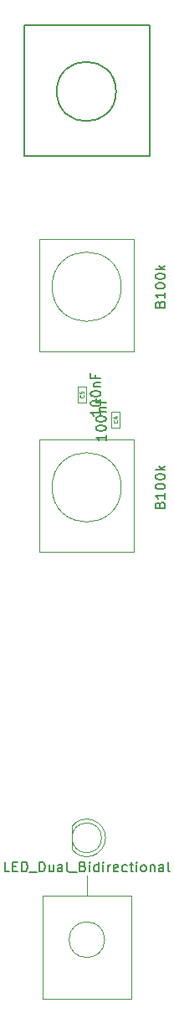
<source format=gbr>
%TF.GenerationSoftware,KiCad,Pcbnew,6.0.11+dfsg-1~bpo11+1*%
%TF.CreationDate,2023-03-01T11:09:29+08:00*%
%TF.ProjectId,MiniLFO v1.0 - Main,4d696e69-4c46-44f2-9076-312e30202d20,rev?*%
%TF.SameCoordinates,Original*%
%TF.FileFunction,AssemblyDrawing,Top*%
%FSLAX46Y46*%
G04 Gerber Fmt 4.6, Leading zero omitted, Abs format (unit mm)*
G04 Created by KiCad (PCBNEW 6.0.11+dfsg-1~bpo11+1) date 2023-03-01 11:09:29*
%MOMM*%
%LPD*%
G01*
G04 APERTURE LIST*
%ADD10C,0.150000*%
%ADD11C,0.060000*%
%ADD12C,0.100000*%
G04 APERTURE END LIST*
D10*
%TO.C,TIME1*%
X172628571Y-112761904D02*
X172676190Y-112619047D01*
X172723809Y-112571428D01*
X172819047Y-112523809D01*
X172961904Y-112523809D01*
X173057142Y-112571428D01*
X173104761Y-112619047D01*
X173152380Y-112714285D01*
X173152380Y-113095238D01*
X172152380Y-113095238D01*
X172152380Y-112761904D01*
X172200000Y-112666666D01*
X172247619Y-112619047D01*
X172342857Y-112571428D01*
X172438095Y-112571428D01*
X172533333Y-112619047D01*
X172580952Y-112666666D01*
X172628571Y-112761904D01*
X172628571Y-113095238D01*
X173152380Y-111571428D02*
X173152380Y-112142857D01*
X173152380Y-111857142D02*
X172152380Y-111857142D01*
X172295238Y-111952380D01*
X172390476Y-112047619D01*
X172438095Y-112142857D01*
X172152380Y-110952380D02*
X172152380Y-110857142D01*
X172200000Y-110761904D01*
X172247619Y-110714285D01*
X172342857Y-110666666D01*
X172533333Y-110619047D01*
X172771428Y-110619047D01*
X172961904Y-110666666D01*
X173057142Y-110714285D01*
X173104761Y-110761904D01*
X173152380Y-110857142D01*
X173152380Y-110952380D01*
X173104761Y-111047619D01*
X173057142Y-111095238D01*
X172961904Y-111142857D01*
X172771428Y-111190476D01*
X172533333Y-111190476D01*
X172342857Y-111142857D01*
X172247619Y-111095238D01*
X172200000Y-111047619D01*
X172152380Y-110952380D01*
X172152380Y-110000000D02*
X172152380Y-109904761D01*
X172200000Y-109809523D01*
X172247619Y-109761904D01*
X172342857Y-109714285D01*
X172533333Y-109666666D01*
X172771428Y-109666666D01*
X172961904Y-109714285D01*
X173057142Y-109761904D01*
X173104761Y-109809523D01*
X173152380Y-109904761D01*
X173152380Y-110000000D01*
X173104761Y-110095238D01*
X173057142Y-110142857D01*
X172961904Y-110190476D01*
X172771428Y-110238095D01*
X172533333Y-110238095D01*
X172342857Y-110190476D01*
X172247619Y-110142857D01*
X172200000Y-110095238D01*
X172152380Y-110000000D01*
X173152380Y-109238095D02*
X172152380Y-109238095D01*
X172771428Y-109142857D02*
X173152380Y-108857142D01*
X172485714Y-108857142D02*
X172866666Y-109238095D01*
%TO.C,RANGE1*%
X172628571Y-92511904D02*
X172676190Y-92369047D01*
X172723809Y-92321428D01*
X172819047Y-92273809D01*
X172961904Y-92273809D01*
X173057142Y-92321428D01*
X173104761Y-92369047D01*
X173152380Y-92464285D01*
X173152380Y-92845238D01*
X172152380Y-92845238D01*
X172152380Y-92511904D01*
X172200000Y-92416666D01*
X172247619Y-92369047D01*
X172342857Y-92321428D01*
X172438095Y-92321428D01*
X172533333Y-92369047D01*
X172580952Y-92416666D01*
X172628571Y-92511904D01*
X172628571Y-92845238D01*
X173152380Y-91321428D02*
X173152380Y-91892857D01*
X173152380Y-91607142D02*
X172152380Y-91607142D01*
X172295238Y-91702380D01*
X172390476Y-91797619D01*
X172438095Y-91892857D01*
X172152380Y-90702380D02*
X172152380Y-90607142D01*
X172200000Y-90511904D01*
X172247619Y-90464285D01*
X172342857Y-90416666D01*
X172533333Y-90369047D01*
X172771428Y-90369047D01*
X172961904Y-90416666D01*
X173057142Y-90464285D01*
X173104761Y-90511904D01*
X173152380Y-90607142D01*
X173152380Y-90702380D01*
X173104761Y-90797619D01*
X173057142Y-90845238D01*
X172961904Y-90892857D01*
X172771428Y-90940476D01*
X172533333Y-90940476D01*
X172342857Y-90892857D01*
X172247619Y-90845238D01*
X172200000Y-90797619D01*
X172152380Y-90702380D01*
X172152380Y-89750000D02*
X172152380Y-89654761D01*
X172200000Y-89559523D01*
X172247619Y-89511904D01*
X172342857Y-89464285D01*
X172533333Y-89416666D01*
X172771428Y-89416666D01*
X172961904Y-89464285D01*
X173057142Y-89511904D01*
X173104761Y-89559523D01*
X173152380Y-89654761D01*
X173152380Y-89750000D01*
X173104761Y-89845238D01*
X173057142Y-89892857D01*
X172961904Y-89940476D01*
X172771428Y-89988095D01*
X172533333Y-89988095D01*
X172342857Y-89940476D01*
X172247619Y-89892857D01*
X172200000Y-89845238D01*
X172152380Y-89750000D01*
X173152380Y-88988095D02*
X172152380Y-88988095D01*
X172771428Y-88892857D02*
X173152380Y-88607142D01*
X172485714Y-88607142D02*
X172866666Y-88988095D01*
%TO.C,C5*%
X166602380Y-103187619D02*
X166602380Y-103759047D01*
X166602380Y-103473333D02*
X165602380Y-103473333D01*
X165745238Y-103568571D01*
X165840476Y-103663809D01*
X165888095Y-103759047D01*
X165602380Y-102568571D02*
X165602380Y-102473333D01*
X165650000Y-102378095D01*
X165697619Y-102330476D01*
X165792857Y-102282857D01*
X165983333Y-102235238D01*
X166221428Y-102235238D01*
X166411904Y-102282857D01*
X166507142Y-102330476D01*
X166554761Y-102378095D01*
X166602380Y-102473333D01*
X166602380Y-102568571D01*
X166554761Y-102663809D01*
X166507142Y-102711428D01*
X166411904Y-102759047D01*
X166221428Y-102806666D01*
X165983333Y-102806666D01*
X165792857Y-102759047D01*
X165697619Y-102711428D01*
X165650000Y-102663809D01*
X165602380Y-102568571D01*
X165602380Y-101616190D02*
X165602380Y-101520952D01*
X165650000Y-101425714D01*
X165697619Y-101378095D01*
X165792857Y-101330476D01*
X165983333Y-101282857D01*
X166221428Y-101282857D01*
X166411904Y-101330476D01*
X166507142Y-101378095D01*
X166554761Y-101425714D01*
X166602380Y-101520952D01*
X166602380Y-101616190D01*
X166554761Y-101711428D01*
X166507142Y-101759047D01*
X166411904Y-101806666D01*
X166221428Y-101854285D01*
X165983333Y-101854285D01*
X165792857Y-101806666D01*
X165697619Y-101759047D01*
X165650000Y-101711428D01*
X165602380Y-101616190D01*
X165935714Y-100854285D02*
X166602380Y-100854285D01*
X166030952Y-100854285D02*
X165983333Y-100806666D01*
X165935714Y-100711428D01*
X165935714Y-100568571D01*
X165983333Y-100473333D01*
X166078571Y-100425714D01*
X166602380Y-100425714D01*
X166078571Y-99616190D02*
X166078571Y-99949523D01*
X166602380Y-99949523D02*
X165602380Y-99949523D01*
X165602380Y-99473333D01*
D11*
X164862857Y-101706666D02*
X164881904Y-101725714D01*
X164900952Y-101782857D01*
X164900952Y-101820952D01*
X164881904Y-101878095D01*
X164843809Y-101916190D01*
X164805714Y-101935238D01*
X164729523Y-101954285D01*
X164672380Y-101954285D01*
X164596190Y-101935238D01*
X164558095Y-101916190D01*
X164520000Y-101878095D01*
X164500952Y-101820952D01*
X164500952Y-101782857D01*
X164520000Y-101725714D01*
X164539047Y-101706666D01*
X164500952Y-101344761D02*
X164500952Y-101535238D01*
X164691428Y-101554285D01*
X164672380Y-101535238D01*
X164653333Y-101497142D01*
X164653333Y-101401904D01*
X164672380Y-101363809D01*
X164691428Y-101344761D01*
X164729523Y-101325714D01*
X164824761Y-101325714D01*
X164862857Y-101344761D01*
X164881904Y-101363809D01*
X164900952Y-101401904D01*
X164900952Y-101497142D01*
X164881904Y-101535238D01*
X164862857Y-101554285D01*
D10*
%TO.C,C4*%
X167152380Y-105707619D02*
X167152380Y-106279047D01*
X167152380Y-105993333D02*
X166152380Y-105993333D01*
X166295238Y-106088571D01*
X166390476Y-106183809D01*
X166438095Y-106279047D01*
X166152380Y-105088571D02*
X166152380Y-104993333D01*
X166200000Y-104898095D01*
X166247619Y-104850476D01*
X166342857Y-104802857D01*
X166533333Y-104755238D01*
X166771428Y-104755238D01*
X166961904Y-104802857D01*
X167057142Y-104850476D01*
X167104761Y-104898095D01*
X167152380Y-104993333D01*
X167152380Y-105088571D01*
X167104761Y-105183809D01*
X167057142Y-105231428D01*
X166961904Y-105279047D01*
X166771428Y-105326666D01*
X166533333Y-105326666D01*
X166342857Y-105279047D01*
X166247619Y-105231428D01*
X166200000Y-105183809D01*
X166152380Y-105088571D01*
X166152380Y-104136190D02*
X166152380Y-104040952D01*
X166200000Y-103945714D01*
X166247619Y-103898095D01*
X166342857Y-103850476D01*
X166533333Y-103802857D01*
X166771428Y-103802857D01*
X166961904Y-103850476D01*
X167057142Y-103898095D01*
X167104761Y-103945714D01*
X167152380Y-104040952D01*
X167152380Y-104136190D01*
X167104761Y-104231428D01*
X167057142Y-104279047D01*
X166961904Y-104326666D01*
X166771428Y-104374285D01*
X166533333Y-104374285D01*
X166342857Y-104326666D01*
X166247619Y-104279047D01*
X166200000Y-104231428D01*
X166152380Y-104136190D01*
X166485714Y-103374285D02*
X167152380Y-103374285D01*
X166580952Y-103374285D02*
X166533333Y-103326666D01*
X166485714Y-103231428D01*
X166485714Y-103088571D01*
X166533333Y-102993333D01*
X166628571Y-102945714D01*
X167152380Y-102945714D01*
X166628571Y-102136190D02*
X166628571Y-102469523D01*
X167152380Y-102469523D02*
X166152380Y-102469523D01*
X166152380Y-101993333D01*
D11*
X168272857Y-104226666D02*
X168291904Y-104245714D01*
X168310952Y-104302857D01*
X168310952Y-104340952D01*
X168291904Y-104398095D01*
X168253809Y-104436190D01*
X168215714Y-104455238D01*
X168139523Y-104474285D01*
X168082380Y-104474285D01*
X168006190Y-104455238D01*
X167968095Y-104436190D01*
X167930000Y-104398095D01*
X167910952Y-104340952D01*
X167910952Y-104302857D01*
X167930000Y-104245714D01*
X167949047Y-104226666D01*
X168044285Y-103883809D02*
X168310952Y-103883809D01*
X167891904Y-103979047D02*
X168177619Y-104074285D01*
X168177619Y-103826666D01*
D10*
%TO.C,D1*%
X157403476Y-149802380D02*
X156927285Y-149802380D01*
X156927285Y-148802380D01*
X157736809Y-149278571D02*
X158070142Y-149278571D01*
X158213000Y-149802380D02*
X157736809Y-149802380D01*
X157736809Y-148802380D01*
X158213000Y-148802380D01*
X158641571Y-149802380D02*
X158641571Y-148802380D01*
X158879666Y-148802380D01*
X159022523Y-148850000D01*
X159117761Y-148945238D01*
X159165380Y-149040476D01*
X159213000Y-149230952D01*
X159213000Y-149373809D01*
X159165380Y-149564285D01*
X159117761Y-149659523D01*
X159022523Y-149754761D01*
X158879666Y-149802380D01*
X158641571Y-149802380D01*
X159403476Y-149897619D02*
X160165380Y-149897619D01*
X160403476Y-149802380D02*
X160403476Y-148802380D01*
X160641571Y-148802380D01*
X160784428Y-148850000D01*
X160879666Y-148945238D01*
X160927285Y-149040476D01*
X160974904Y-149230952D01*
X160974904Y-149373809D01*
X160927285Y-149564285D01*
X160879666Y-149659523D01*
X160784428Y-149754761D01*
X160641571Y-149802380D01*
X160403476Y-149802380D01*
X161832047Y-149135714D02*
X161832047Y-149802380D01*
X161403476Y-149135714D02*
X161403476Y-149659523D01*
X161451095Y-149754761D01*
X161546333Y-149802380D01*
X161689190Y-149802380D01*
X161784428Y-149754761D01*
X161832047Y-149707142D01*
X162736809Y-149802380D02*
X162736809Y-149278571D01*
X162689190Y-149183333D01*
X162593952Y-149135714D01*
X162403476Y-149135714D01*
X162308238Y-149183333D01*
X162736809Y-149754761D02*
X162641571Y-149802380D01*
X162403476Y-149802380D01*
X162308238Y-149754761D01*
X162260619Y-149659523D01*
X162260619Y-149564285D01*
X162308238Y-149469047D01*
X162403476Y-149421428D01*
X162641571Y-149421428D01*
X162736809Y-149373809D01*
X163355857Y-149802380D02*
X163260619Y-149754761D01*
X163213000Y-149659523D01*
X163213000Y-148802380D01*
X163498714Y-149897619D02*
X164260619Y-149897619D01*
X164832047Y-149278571D02*
X164974904Y-149326190D01*
X165022523Y-149373809D01*
X165070142Y-149469047D01*
X165070142Y-149611904D01*
X165022523Y-149707142D01*
X164974904Y-149754761D01*
X164879666Y-149802380D01*
X164498714Y-149802380D01*
X164498714Y-148802380D01*
X164832047Y-148802380D01*
X164927285Y-148850000D01*
X164974904Y-148897619D01*
X165022523Y-148992857D01*
X165022523Y-149088095D01*
X164974904Y-149183333D01*
X164927285Y-149230952D01*
X164832047Y-149278571D01*
X164498714Y-149278571D01*
X165498714Y-149802380D02*
X165498714Y-149135714D01*
X165498714Y-148802380D02*
X165451095Y-148850000D01*
X165498714Y-148897619D01*
X165546333Y-148850000D01*
X165498714Y-148802380D01*
X165498714Y-148897619D01*
X166403476Y-149802380D02*
X166403476Y-148802380D01*
X166403476Y-149754761D02*
X166308238Y-149802380D01*
X166117761Y-149802380D01*
X166022523Y-149754761D01*
X165974904Y-149707142D01*
X165927285Y-149611904D01*
X165927285Y-149326190D01*
X165974904Y-149230952D01*
X166022523Y-149183333D01*
X166117761Y-149135714D01*
X166308238Y-149135714D01*
X166403476Y-149183333D01*
X166879666Y-149802380D02*
X166879666Y-149135714D01*
X166879666Y-148802380D02*
X166832047Y-148850000D01*
X166879666Y-148897619D01*
X166927285Y-148850000D01*
X166879666Y-148802380D01*
X166879666Y-148897619D01*
X167355857Y-149802380D02*
X167355857Y-149135714D01*
X167355857Y-149326190D02*
X167403476Y-149230952D01*
X167451095Y-149183333D01*
X167546333Y-149135714D01*
X167641571Y-149135714D01*
X168355857Y-149754761D02*
X168260619Y-149802380D01*
X168070142Y-149802380D01*
X167974904Y-149754761D01*
X167927285Y-149659523D01*
X167927285Y-149278571D01*
X167974904Y-149183333D01*
X168070142Y-149135714D01*
X168260619Y-149135714D01*
X168355857Y-149183333D01*
X168403476Y-149278571D01*
X168403476Y-149373809D01*
X167927285Y-149469047D01*
X169260619Y-149754761D02*
X169165380Y-149802380D01*
X168974904Y-149802380D01*
X168879666Y-149754761D01*
X168832047Y-149707142D01*
X168784428Y-149611904D01*
X168784428Y-149326190D01*
X168832047Y-149230952D01*
X168879666Y-149183333D01*
X168974904Y-149135714D01*
X169165380Y-149135714D01*
X169260619Y-149183333D01*
X169546333Y-149135714D02*
X169927285Y-149135714D01*
X169689190Y-148802380D02*
X169689190Y-149659523D01*
X169736809Y-149754761D01*
X169832047Y-149802380D01*
X169927285Y-149802380D01*
X170260619Y-149802380D02*
X170260619Y-149135714D01*
X170260619Y-148802380D02*
X170213000Y-148850000D01*
X170260619Y-148897619D01*
X170308238Y-148850000D01*
X170260619Y-148802380D01*
X170260619Y-148897619D01*
X170879666Y-149802380D02*
X170784428Y-149754761D01*
X170736809Y-149707142D01*
X170689190Y-149611904D01*
X170689190Y-149326190D01*
X170736809Y-149230952D01*
X170784428Y-149183333D01*
X170879666Y-149135714D01*
X171022523Y-149135714D01*
X171117761Y-149183333D01*
X171165380Y-149230952D01*
X171213000Y-149326190D01*
X171213000Y-149611904D01*
X171165380Y-149707142D01*
X171117761Y-149754761D01*
X171022523Y-149802380D01*
X170879666Y-149802380D01*
X171641571Y-149135714D02*
X171641571Y-149802380D01*
X171641571Y-149230952D02*
X171689190Y-149183333D01*
X171784428Y-149135714D01*
X171927285Y-149135714D01*
X172022523Y-149183333D01*
X172070142Y-149278571D01*
X172070142Y-149802380D01*
X172974904Y-149802380D02*
X172974904Y-149278571D01*
X172927285Y-149183333D01*
X172832047Y-149135714D01*
X172641571Y-149135714D01*
X172546333Y-149183333D01*
X172974904Y-149754761D02*
X172879666Y-149802380D01*
X172641571Y-149802380D01*
X172546333Y-149754761D01*
X172498714Y-149659523D01*
X172498714Y-149564285D01*
X172546333Y-149469047D01*
X172641571Y-149421428D01*
X172879666Y-149421428D01*
X172974904Y-149373809D01*
X173593952Y-149802380D02*
X173498714Y-149754761D01*
X173451095Y-149659523D01*
X173451095Y-148802380D01*
D12*
%TO.C,TIME1*%
X169950000Y-117500000D02*
X169950000Y-106150000D01*
X169950000Y-106150000D02*
X160450000Y-106150000D01*
X160450000Y-117500000D02*
X160450000Y-106150000D01*
X169950000Y-117500000D02*
X160450000Y-117500000D01*
X168700000Y-111000000D02*
G75*
G03*
X168700000Y-111000000I-3500000J0D01*
G01*
%TO.C,RANGE1*%
X160450000Y-97250000D02*
X160450000Y-85900000D01*
X169950000Y-85900000D02*
X160450000Y-85900000D01*
X169950000Y-97250000D02*
X169950000Y-85900000D01*
X169950000Y-97250000D02*
X160450000Y-97250000D01*
X168700000Y-90750000D02*
G75*
G03*
X168700000Y-90750000I-3500000J0D01*
G01*
%TO.C,TRI_OUT1*%
X169720000Y-152220000D02*
X160720000Y-152220000D01*
X160720000Y-162670000D02*
X160720000Y-152270000D01*
X165220000Y-150190000D02*
X165220000Y-152220000D01*
X169720000Y-162670000D02*
X169720000Y-152270000D01*
X169720000Y-162670000D02*
X160720000Y-162670000D01*
X167020000Y-156670000D02*
G75*
G03*
X167020000Y-156670000I-1800000J0D01*
G01*
D10*
%TO.C,RANGE_SW1*%
X171573000Y-77540000D02*
X158873000Y-77540000D01*
X158873000Y-64340000D02*
X171573000Y-64340000D01*
X171573000Y-64340000D02*
X171573000Y-77540000D01*
X158873000Y-77540000D02*
X158873000Y-64340000D01*
X168173001Y-71040000D02*
G75*
G03*
X168173001Y-71040000I-3000417J0D01*
G01*
D12*
%TO.C,C5*%
X164320000Y-102440000D02*
X164320000Y-100840000D01*
X165120000Y-100840000D02*
X165120000Y-102440000D01*
X165120000Y-102440000D02*
X164320000Y-102440000D01*
X164320000Y-100840000D02*
X165120000Y-100840000D01*
%TO.C,C4*%
X168530000Y-103360000D02*
X168530000Y-104960000D01*
X167730000Y-103360000D02*
X168530000Y-103360000D01*
X168530000Y-104960000D02*
X167730000Y-104960000D01*
X167730000Y-104960000D02*
X167730000Y-103360000D01*
%TO.C,D1*%
X163713000Y-145223810D02*
X163713000Y-147556190D01*
X163712445Y-147555476D02*
G75*
G03*
X163713000Y-145223810I1500555J1165476D01*
G01*
X166713000Y-146390000D02*
G75*
G03*
X166713000Y-146390000I-1500000J0D01*
G01*
%TD*%
M02*

</source>
